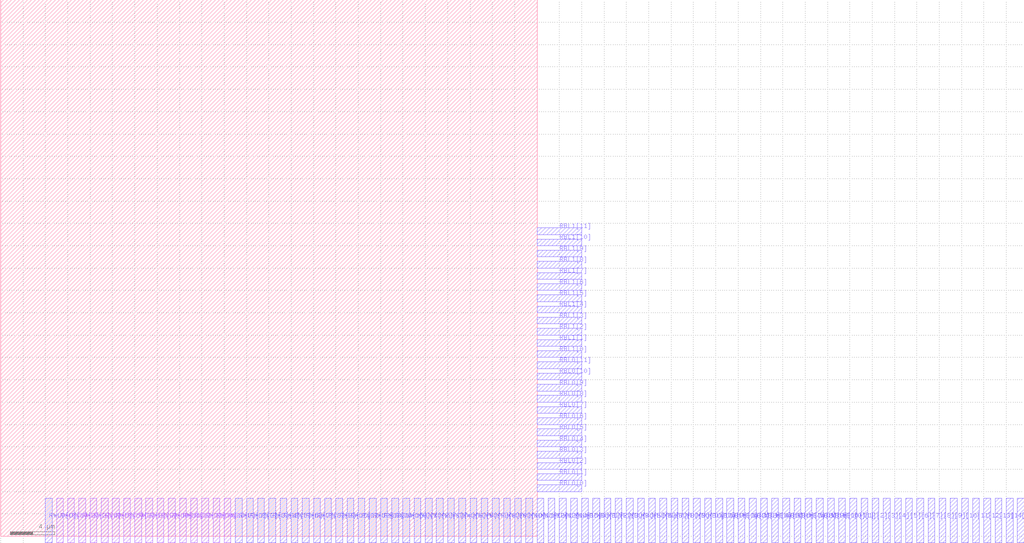
<source format=lef>
VERSION 5.7 ;
  NOWIREEXTENSIONATPIN ON ;
  DIVIDERCHAR "/" ;
  BUSBITCHARS "[]" ;
MACRO toysram_16x12
  CLASS BLOCK ;
  FOREIGN toysram_16x12 ;
  ORIGIN 0.000 0.000 ;
  SIZE 48.000 BY 48.000 ;
  PIN RWL0[0]
    DIRECTION INPUT ;
    USE SIGNAL ;
    PORT
      LAYER met3 ;
        RECT 4.000 -0.600 4.600 3.400 ;
    END
  END RWL0[0]
  PIN RWL0[1]
    DIRECTION INPUT ;
    USE SIGNAL ;
    PORT
      LAYER met2 ;
        RECT 5.000 -0.600 5.600 3.400 ;
    END
  END RWL0[1]
  PIN RWL0[2]
    DIRECTION INPUT ;
    USE SIGNAL ;
    PORT
      LAYER met2 ;
        RECT 6.000 -0.600 6.600 3.400 ;
    END
  END RWL0[2]
  PIN RWL0[3]
    DIRECTION INPUT ;
    USE SIGNAL ;
    PORT
      LAYER met2 ;
        RECT 7.000 -0.600 7.600 3.400 ;
    END
  END RWL0[3]
  PIN RWL0[4]
    DIRECTION INPUT ;
    USE SIGNAL ;
    PORT
      LAYER met2 ;
        RECT 8.000 -0.600 8.600 3.400 ;
    END
  END RWL0[4]
  PIN RWL0[5]
    DIRECTION INPUT ;
    USE SIGNAL ;
    PORT
      LAYER met2 ;
        RECT 9.000 -0.600 9.600 3.400 ;
    END
  END RWL0[5]
  PIN RWL0[6]
    DIRECTION INPUT ;
    USE SIGNAL ;
    PORT
      LAYER met2 ;
        RECT 10.000 -0.600 10.600 3.400 ;
    END
  END RWL0[6]
  PIN RWL0[7]
    DIRECTION INPUT ;
    USE SIGNAL ;
    PORT
      LAYER met2 ;
        RECT 11.000 -0.600 11.600 3.400 ;
    END
  END RWL0[7]
  PIN RWL0[8]
    DIRECTION INPUT ;
    USE SIGNAL ;
    PORT
      LAYER met2 ;
        RECT 12.000 -0.600 12.600 3.400 ;
    END
  END RWL0[8]
  PIN RWL0[9]
    DIRECTION INPUT ;
    USE SIGNAL ;
    PORT
      LAYER met2 ;
        RECT 13.000 -0.600 13.600 3.400 ;
    END
  END RWL0[9]
  PIN RWL0[10]
    DIRECTION INPUT ;
    USE SIGNAL ;
    PORT
      LAYER met2 ;
        RECT 14.000 -0.600 14.600 3.400 ;
    END
  END RWL0[10]
  PIN RWL0[11]
    DIRECTION INPUT ;
    USE SIGNAL ;
    PORT
      LAYER met2 ;
        RECT 15.000 -0.600 15.600 3.400 ;
    END
  END RWL0[11]
  PIN RWL0[12]
    DIRECTION INPUT ;
    USE SIGNAL ;
    PORT
      LAYER met2 ;
        RECT 16.000 -0.600 16.600 3.400 ;
    END
  END RWL0[12]
  PIN RWL0[13]
    DIRECTION INPUT ;
    USE SIGNAL ;
    PORT
      LAYER met2 ;
        RECT 17.000 -0.600 17.600 3.400 ;
    END
  END RWL0[13]
  PIN RWL0[14]
    DIRECTION INPUT ;
    USE SIGNAL ;
    PORT
      LAYER met2 ;
        RECT 18.000 -0.600 18.600 3.400 ;
    END
  END RWL0[14]
  PIN RWL0[15]
    DIRECTION INPUT ;
    USE SIGNAL ;
    PORT
      LAYER met2 ;
        RECT 19.000 -0.600 19.600 3.400 ;
    END
  END RWL0[15]
  PIN RWL1[0]
    DIRECTION INPUT ;
    USE SIGNAL ;
    PORT
      LAYER met2 ;
        RECT 20.000 -0.600 20.600 3.400 ;
    END
  END RWL1[0]
  PIN RWL1[1]
    DIRECTION INPUT ;
    USE SIGNAL ;
    PORT
      LAYER met3 ;
        RECT 21.000 -0.600 21.600 3.400 ;
    END
  END RWL1[1]
  PIN RWL1[2]
    DIRECTION INPUT ;
    USE SIGNAL ;
    PORT
      LAYER met3 ;
        RECT 22.000 -0.600 22.600 3.400 ;
    END
  END RWL1[2]
  PIN RWL1[3]
    DIRECTION INPUT ;
    USE SIGNAL ;
    PORT
      LAYER met3 ;
        RECT 23.000 -0.600 23.600 3.400 ;
    END
  END RWL1[3]
  PIN RWL1[4]
    DIRECTION INPUT ;
    USE SIGNAL ;
    PORT
      LAYER met3 ;
        RECT 24.000 -0.600 24.600 3.400 ;
    END
  END RWL1[4]
  PIN RWL1[5]
    DIRECTION INPUT ;
    USE SIGNAL ;
    PORT
      LAYER met3 ;
        RECT 25.000 -0.600 25.600 3.400 ;
    END
  END RWL1[5]
  PIN RWL1[6]
    DIRECTION INPUT ;
    USE SIGNAL ;
    PORT
      LAYER met3 ;
        RECT 26.000 -0.600 26.600 3.400 ;
    END
  END RWL1[6]
  PIN RWL1[7]
    DIRECTION INPUT ;
    USE SIGNAL ;
    PORT
      LAYER met3 ;
        RECT 27.000 -0.600 27.600 3.400 ;
    END
  END RWL1[7]
  PIN RWL1[8]
    DIRECTION INPUT ;
    USE SIGNAL ;
    PORT
      LAYER met3 ;
        RECT 28.000 -0.600 28.600 3.400 ;
    END
  END RWL1[8]
  PIN RWL1[9]
    DIRECTION INPUT ;
    USE SIGNAL ;
    PORT
      LAYER met3 ;
        RECT 29.000 -0.600 29.600 3.400 ;
    END
  END RWL1[9]
  PIN RWL1[10]
    DIRECTION INPUT ;
    USE SIGNAL ;
    PORT
      LAYER met3 ;
        RECT 30.000 -0.600 30.600 3.400 ;
    END
  END RWL1[10]
  PIN RWL1[11]
    DIRECTION INPUT ;
    USE SIGNAL ;
    PORT
      LAYER met3 ;
        RECT 31.000 -0.600 31.600 3.400 ;
    END
  END RWL1[11]
  PIN RWL1[12]
    DIRECTION INPUT ;
    USE SIGNAL ;
    PORT
      LAYER met3 ;
        RECT 32.000 -0.600 32.600 3.400 ;
    END
  END RWL1[12]
  PIN RWL1[13]
    DIRECTION INPUT ;
    USE SIGNAL ;
    PORT
      LAYER met3 ;
        RECT 33.000 -0.600 33.600 3.400 ;
    END
  END RWL1[13]
  PIN RWL1[14]
    DIRECTION INPUT ;
    USE SIGNAL ;
    PORT
      LAYER met3 ;
        RECT 34.000 -0.600 34.600 3.400 ;
    END
  END RWL1[14]
  PIN RWL1[15]
    DIRECTION INPUT ;
    USE SIGNAL ;
    PORT
      LAYER met3 ;
        RECT 35.000 -0.600 35.600 3.400 ;
    END
  END RWL1[15]
  PIN WWL[0]
    DIRECTION INPUT ;
    USE SIGNAL ;
    PORT
      LAYER met3 ;
        RECT 36.000 -0.600 36.600 3.400 ;
    END
  END WWL[0]
  PIN WWL[1]
    DIRECTION INPUT ;
    USE SIGNAL ;
    PORT
      LAYER met3 ;
        RECT 37.000 -0.600 37.600 3.400 ;
    END
  END WWL[1]
  PIN WWL[2]
    DIRECTION INPUT ;
    USE SIGNAL ;
    PORT
      LAYER met3 ;
        RECT 38.000 -0.600 38.600 3.400 ;
    END
  END WWL[2]
  PIN WWL[3]
    DIRECTION INPUT ;
    USE SIGNAL ;
    PORT
      LAYER met3 ;
        RECT 39.000 -0.600 39.600 3.400 ;
    END
  END WWL[3]
  PIN WWL[4]
    DIRECTION INPUT ;
    USE SIGNAL ;
    PORT
      LAYER met3 ;
        RECT 40.000 -0.600 40.600 3.400 ;
    END
  END WWL[4]
  PIN WWL[5]
    DIRECTION INPUT ;
    USE SIGNAL ;
    PORT
      LAYER met3 ;
        RECT 41.000 -0.600 41.600 3.400 ;
    END
  END WWL[5]
  PIN WWL[6]
    DIRECTION INPUT ;
    USE SIGNAL ;
    PORT
      LAYER met3 ;
        RECT 42.000 -0.600 42.600 3.400 ;
    END
  END WWL[6]
  PIN WWL[7]
    DIRECTION INPUT ;
    USE SIGNAL ;
    PORT
      LAYER met3 ;
        RECT 43.000 -0.600 43.600 3.400 ;
    END
  END WWL[7]
  PIN WWL[8]
    DIRECTION INPUT ;
    USE SIGNAL ;
    PORT
      LAYER met3 ;
        RECT 44.000 -0.600 44.600 3.400 ;
    END
  END WWL[8]
  PIN WWL[9]
    DIRECTION INPUT ;
    USE SIGNAL ;
    PORT
      LAYER met3 ;
        RECT 45.000 -0.600 45.600 3.400 ;
    END
  END WWL[9]
  PIN WWL[10]
    DIRECTION INPUT ;
    USE SIGNAL ;
    PORT
      LAYER met3 ;
        RECT 46.000 -0.600 46.600 3.400 ;
    END
  END WWL[10]
  PIN WWL[11]
    DIRECTION INPUT ;
    USE SIGNAL ;
    PORT
      LAYER met3 ;
        RECT 47.000 -0.600 47.600 3.400 ;
    END
  END WWL[11]
  PIN WWL[12]
    DIRECTION INPUT ;
    USE SIGNAL ;
    PORT
      LAYER met3 ;
        RECT 48.000 -0.600 48.600 3.400 ;
    END
  END WWL[12]
  PIN WWL[13]
    DIRECTION INPUT ;
    USE SIGNAL ;
    PORT
      LAYER met3 ;
        RECT 49.000 -0.600 49.600 3.400 ;
    END
  END WWL[13]
  PIN WWL[14]
    DIRECTION INPUT ;
    USE SIGNAL ;
    PORT
      LAYER met3 ;
        RECT 50.000 -0.600 50.600 3.400 ;
    END
  END WWL[14]
  PIN WWL[15]
    DIRECTION INPUT ;
    USE SIGNAL ;
    PORT
      LAYER met3 ;
        RECT 51.000 -0.600 51.600 3.400 ;
    END
  END WWL[15]
  PIN RBL0[0]
    DIRECTION OUTPUT TRISTATE ;
    USE SIGNAL ;
    PORT
      LAYER met3 ;
        RECT 48.000 4.000 52.000 4.600 ;
    END
  END RBL0[0]
  PIN RBL0[1]
    DIRECTION OUTPUT TRISTATE ;
    USE SIGNAL ;
    PORT
      LAYER met3 ;
        RECT 48.000 5.000 52.000 5.600 ;
    END
  END RBL0[1]
  PIN RBL0[2]
    DIRECTION OUTPUT TRISTATE ;
    USE SIGNAL ;
    PORT
      LAYER met3 ;
        RECT 48.000 6.000 52.000 6.600 ;
    END
  END RBL0[2]
  PIN RBL0[3]
    DIRECTION OUTPUT TRISTATE ;
    USE SIGNAL ;
    PORT
      LAYER met3 ;
        RECT 48.000 7.000 52.000 7.600 ;
    END
  END RBL0[3]
  PIN RBL0[4]
    DIRECTION OUTPUT TRISTATE ;
    USE SIGNAL ;
    PORT
      LAYER met3 ;
        RECT 48.000 8.000 52.000 8.600 ;
    END
  END RBL0[4]
  PIN RBL0[5]
    DIRECTION OUTPUT TRISTATE ;
    USE SIGNAL ;
    PORT
      LAYER met3 ;
        RECT 48.000 9.000 52.000 9.600 ;
    END
  END RBL0[5]
  PIN RBL0[6]
    DIRECTION OUTPUT TRISTATE ;
    USE SIGNAL ;
    PORT
      LAYER met3 ;
        RECT 48.000 10.000 52.000 10.600 ;
    END
  END RBL0[6]
  PIN RBL0[7]
    DIRECTION OUTPUT TRISTATE ;
    USE SIGNAL ;
    PORT
      LAYER met3 ;
        RECT 48.000 11.000 52.000 11.600 ;
    END
  END RBL0[7]
  PIN RBL0[8]
    DIRECTION OUTPUT TRISTATE ;
    USE SIGNAL ;
    PORT
      LAYER met3 ;
        RECT 48.000 12.000 52.000 12.600 ;
    END
  END RBL0[8]
  PIN RBL0[9]
    DIRECTION OUTPUT TRISTATE ;
    USE SIGNAL ;
    PORT
      LAYER met3 ;
        RECT 48.000 13.000 52.000 13.600 ;
    END
  END RBL0[9]
  PIN RBL0[10]
    DIRECTION OUTPUT TRISTATE ;
    USE SIGNAL ;
    PORT
      LAYER met3 ;
        RECT 48.000 14.000 52.000 14.600 ;
    END
  END RBL0[10]
  PIN RBL0[11]
    DIRECTION OUTPUT TRISTATE ;
    USE SIGNAL ;
    PORT
      LAYER met3 ;
        RECT 48.000 15.000 52.000 15.600 ;
    END
  END RBL0[11]
  PIN RBL1[0]
    DIRECTION OUTPUT TRISTATE ;
    USE SIGNAL ;
    PORT
      LAYER met3 ;
        RECT 48.000 16.000 52.000 16.600 ;
    END
  END RBL1[0]
  PIN RBL1[1]
    DIRECTION OUTPUT TRISTATE ;
    USE SIGNAL ;
    PORT
      LAYER met3 ;
        RECT 48.000 17.000 52.000 17.600 ;
    END
  END RBL1[1]
  PIN RBL1[2]
    DIRECTION OUTPUT TRISTATE ;
    USE SIGNAL ;
    PORT
      LAYER met3 ;
        RECT 48.000 18.000 52.000 18.600 ;
    END
  END RBL1[2]
  PIN RBL1[3]
    DIRECTION OUTPUT TRISTATE ;
    USE SIGNAL ;
    PORT
      LAYER met3 ;
        RECT 48.000 19.000 52.000 19.600 ;
    END
  END RBL1[3]
  PIN RBL1[4]
    DIRECTION OUTPUT TRISTATE ;
    USE SIGNAL ;
    PORT
      LAYER met3 ;
        RECT 48.000 20.000 52.000 20.600 ;
    END
  END RBL1[4]
  PIN RBL1[5]
    DIRECTION OUTPUT TRISTATE ;
    USE SIGNAL ;
    PORT
      LAYER met3 ;
        RECT 48.000 21.000 52.000 21.600 ;
    END
  END RBL1[5]
  PIN RBL1[6]
    DIRECTION OUTPUT TRISTATE ;
    USE SIGNAL ;
    PORT
      LAYER met3 ;
        RECT 48.000 22.000 52.000 22.600 ;
    END
  END RBL1[6]
  PIN RBL1[7]
    DIRECTION OUTPUT TRISTATE ;
    USE SIGNAL ;
    PORT
      LAYER met3 ;
        RECT 48.000 23.000 52.000 23.600 ;
    END
  END RBL1[7]
  PIN RBL1[8]
    DIRECTION OUTPUT TRISTATE ;
    USE SIGNAL ;
    PORT
      LAYER met3 ;
        RECT 48.000 24.000 52.000 24.600 ;
    END
  END RBL1[8]
  PIN RBL1[9]
    DIRECTION OUTPUT TRISTATE ;
    USE SIGNAL ;
    PORT
      LAYER met3 ;
        RECT 48.000 25.000 52.000 25.600 ;
    END
  END RBL1[9]
  PIN RBL1[10]
    DIRECTION OUTPUT TRISTATE ;
    USE SIGNAL ;
    PORT
      LAYER met3 ;
        RECT 48.000 26.000 52.000 26.600 ;
    END
  END RBL1[10]
  PIN RBL1[11]
    DIRECTION OUTPUT TRISTATE ;
    USE SIGNAL ;
    PORT
      LAYER met3 ;
        RECT 48.000 27.000 52.000 27.600 ;
    END
  END RBL1[11]
  PIN WBL[0]
    DIRECTION INPUT ;
    USE SIGNAL ;
    PORT
      LAYER met3 ;
        RECT 52.000 -0.600 52.600 3.400 ;
    END
  END WBL[0]
  PIN WBL[1]
    DIRECTION INPUT ;
    USE SIGNAL ;
    PORT
      LAYER met3 ;
        RECT 53.000 -0.600 53.600 3.400 ;
    END
  END WBL[1]
  PIN WBL[2]
    DIRECTION INPUT ;
    USE SIGNAL ;
    PORT
      LAYER met3 ;
        RECT 54.000 -0.600 54.600 3.400 ;
    END
  END WBL[2]
  PIN WBL[3]
    DIRECTION INPUT ;
    USE SIGNAL ;
    PORT
      LAYER met3 ;
        RECT 55.000 -0.600 55.600 3.400 ;
    END
  END WBL[3]
  PIN WBL[4]
    DIRECTION INPUT ;
    USE SIGNAL ;
    PORT
      LAYER met3 ;
        RECT 56.000 -0.600 56.600 3.400 ;
    END
  END WBL[4]
  PIN WBL[5]
    DIRECTION INPUT ;
    USE SIGNAL ;
    PORT
      LAYER met3 ;
        RECT 57.000 -0.600 57.600 3.400 ;
    END
  END WBL[5]
  PIN WBL[6]
    DIRECTION INPUT ;
    USE SIGNAL ;
    PORT
      LAYER met3 ;
        RECT 58.000 -0.600 58.600 3.400 ;
    END
  END WBL[6]
  PIN WBL[7]
    DIRECTION INPUT ;
    USE SIGNAL ;
    PORT
      LAYER met3 ;
        RECT 59.000 -0.600 59.600 3.400 ;
    END
  END WBL[7]
  PIN WBL[8]
    DIRECTION INPUT ;
    USE SIGNAL ;
    PORT
      LAYER met3 ;
        RECT 60.000 -0.600 60.600 3.400 ;
    END
  END WBL[8]
  PIN WBL[9]
    DIRECTION INPUT ;
    USE SIGNAL ;
    PORT
      LAYER met3 ;
        RECT 61.000 -0.600 61.600 3.400 ;
    END
  END WBL[9]
  PIN WBL[10]
    DIRECTION INPUT ;
    USE SIGNAL ;
    PORT
      LAYER met3 ;
        RECT 62.000 -0.600 62.600 3.400 ;
    END
  END WBL[10]
  PIN WBL[11]
    DIRECTION INPUT ;
    USE SIGNAL ;
    PORT
      LAYER met3 ;
        RECT 63.000 -0.600 63.600 3.400 ;
    END
  END WBL[11]
  PIN WBLb[0]
    DIRECTION INPUT ;
    USE SIGNAL ;
    PORT
      LAYER met3 ;
        RECT 64.000 -0.600 64.600 3.400 ;
    END
  END WBLb[0]
  PIN WBLb[1]
    DIRECTION INPUT ;
    USE SIGNAL ;
    PORT
      LAYER met3 ;
        RECT 65.000 -0.600 65.600 3.400 ;
    END
  END WBLb[1]
  PIN WBLb[2]
    DIRECTION INPUT ;
    USE SIGNAL ;
    PORT
      LAYER met3 ;
        RECT 66.000 -0.600 66.600 3.400 ;
    END
  END WBLb[2]
  PIN WBLb[3]
    DIRECTION INPUT ;
    USE SIGNAL ;
    PORT
      LAYER met3 ;
        RECT 67.000 -0.600 67.600 3.400 ;
    END
  END WBLb[3]
  PIN WBLb[4]
    DIRECTION INPUT ;
    USE SIGNAL ;
    PORT
      LAYER met3 ;
        RECT 68.000 -0.600 68.600 3.400 ;
    END
  END WBLb[4]
  PIN WBLb[5]
    DIRECTION INPUT ;
    USE SIGNAL ;
    PORT
      LAYER met3 ;
        RECT 69.000 -0.600 69.600 3.400 ;
    END
  END WBLb[5]
  PIN WBLb[6]
    DIRECTION INPUT ;
    USE SIGNAL ;
    PORT
      LAYER met3 ;
        RECT 70.000 -0.600 70.600 3.400 ;
    END
  END WBLb[6]
  PIN WBLb[7]
    DIRECTION INPUT ;
    USE SIGNAL ;
    PORT
      LAYER met3 ;
        RECT 71.000 -0.600 71.600 3.400 ;
    END
  END WBLb[7]
  PIN WBLb[8]
    DIRECTION INPUT ;
    USE SIGNAL ;
    PORT
      LAYER met3 ;
        RECT 72.000 -0.600 72.600 3.400 ;
    END
  END WBLb[8]
  PIN WBLb[9]
    DIRECTION INPUT ;
    USE SIGNAL ;
    PORT
      LAYER met3 ;
        RECT 73.000 -0.600 73.600 3.400 ;
    END
  END WBLb[9]
  PIN WBLb[10]
    DIRECTION INPUT ;
    USE SIGNAL ;
    PORT
      LAYER met3 ;
        RECT 74.000 -0.600 74.600 3.400 ;
    END
  END WBLb[10]
  PIN WBLb[11]
    DIRECTION INPUT ;
    USE SIGNAL ;
    PORT
      LAYER met3 ;
        RECT 75.000 -0.600 75.600 3.400 ;
    END
  END WBLb[11]
  PIN [0]
    DIRECTION INPUT ;
    USE SIGNAL ;
    PORT
      LAYER met3 ;
        RECT 76.000 -0.600 76.600 3.400 ;
    END
  END [0]
  PIN [1]
    DIRECTION INPUT ;
    USE SIGNAL ;
    PORT
      LAYER met3 ;
        RECT 77.000 -0.600 77.600 3.400 ;
    END
  END [1]
  PIN [2]
    DIRECTION INPUT ;
    USE SIGNAL ;
    PORT
      LAYER met3 ;
        RECT 78.000 -0.600 78.600 3.400 ;
    END
  END [2]
  PIN [3]
    DIRECTION INPUT ;
    USE SIGNAL ;
    PORT
      LAYER met3 ;
        RECT 79.000 -0.600 79.600 3.400 ;
    END
  END [3]
  PIN [4]
    DIRECTION INPUT ;
    USE SIGNAL ;
    PORT
      LAYER met3 ;
        RECT 80.000 -0.600 80.600 3.400 ;
    END
  END [4]
  PIN [5]
    DIRECTION INPUT ;
    USE SIGNAL ;
    PORT
      LAYER met3 ;
        RECT 81.000 -0.600 81.600 3.400 ;
    END
  END [5]
  PIN [6]
    DIRECTION INPUT ;
    USE SIGNAL ;
    PORT
      LAYER met3 ;
        RECT 82.000 -0.600 82.600 3.400 ;
    END
  END [6]
  PIN [7]
    DIRECTION INPUT ;
    USE SIGNAL ;
    PORT
      LAYER met3 ;
        RECT 83.000 -0.600 83.600 3.400 ;
    END
  END [7]
  PIN [8]
    DIRECTION INPUT ;
    USE SIGNAL ;
    PORT
      LAYER met3 ;
        RECT 84.000 -0.600 84.600 3.400 ;
    END
  END [8]
  PIN [9]
    DIRECTION INPUT ;
    USE SIGNAL ;
    PORT
      LAYER met3 ;
        RECT 85.000 -0.600 85.600 3.400 ;
    END
  END [9]
  PIN [10]
    DIRECTION INPUT ;
    USE SIGNAL ;
    PORT
      LAYER met3 ;
        RECT 86.000 -0.600 86.600 3.400 ;
    END
  END [10]
  PIN [11]
    DIRECTION INPUT ;
    USE SIGNAL ;
    PORT
      LAYER met3 ;
        RECT 87.000 -0.600 87.600 3.400 ;
    END
  END [11]
  PIN [12]
    DIRECTION INPUT ;
    USE SIGNAL ;
    PORT
      LAYER met3 ;
        RECT 88.000 -0.600 88.600 3.400 ;
    END
  END [12]
  PIN [13]
    DIRECTION INPUT ;
    USE SIGNAL ;
    PORT
      LAYER met3 ;
        RECT 89.000 -0.600 89.600 3.400 ;
    END
  END [13]
  PIN [14]
    DIRECTION INPUT ;
    USE SIGNAL ;
    PORT
      LAYER met3 ;
        RECT 90.000 -0.600 90.600 3.400 ;
    END
  END [14]
  PIN [15]
    DIRECTION INPUT ;
    USE SIGNAL ;
    PORT
      LAYER met3 ;
        RECT 91.000 -0.600 91.600 3.400 ;
    END
  END [15]
END toysram_16x12
END LIBRARY


</source>
